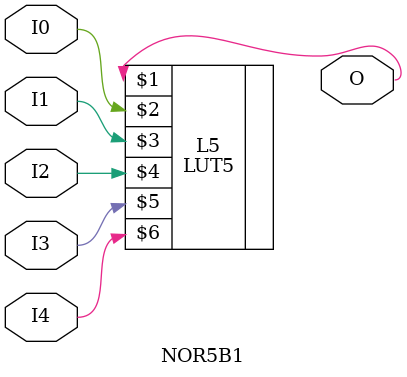
<source format=v>


`timescale  1 ps / 1 ps


module NOR5B1 (O, I0, I1, I2, I3, I4);

    output O;

    input  I0, I1, I2, I3, I4;

    LUT5 #(.INIT(32'h00000002)) L5 (O, I0, I1, I2, I3, I4);

endmodule

</source>
